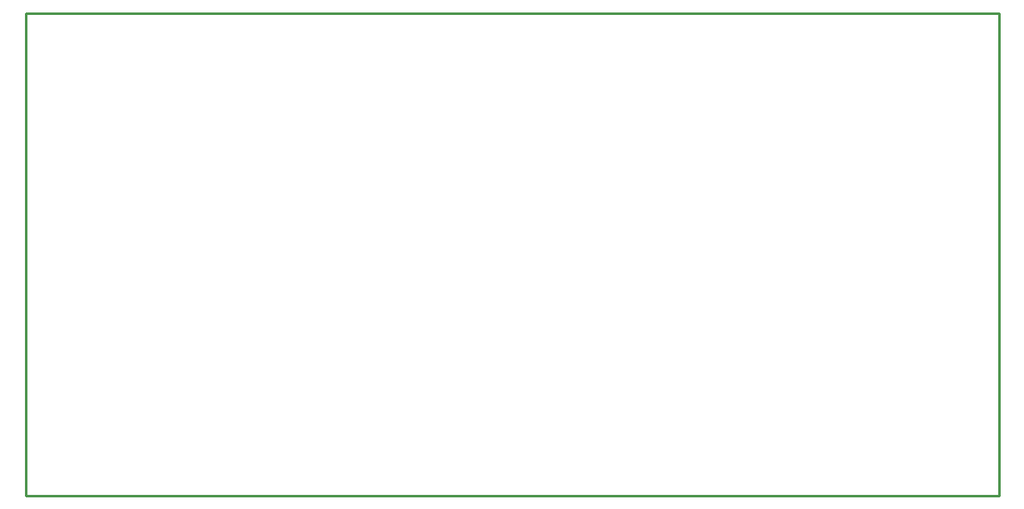
<source format=gbr>
G04 EAGLE Gerber RS-274X export*
G75*
%MOMM*%
%FSLAX34Y34*%
%LPD*%
%IN*%
%IPPOS*%
%AMOC8*
5,1,8,0,0,1.08239X$1,22.5*%
G01*
%ADD10C,0.254000*%


D10*
X0Y0D02*
X990400Y0D01*
X990400Y492000D01*
X0Y492000D01*
X0Y0D01*
M02*

</source>
